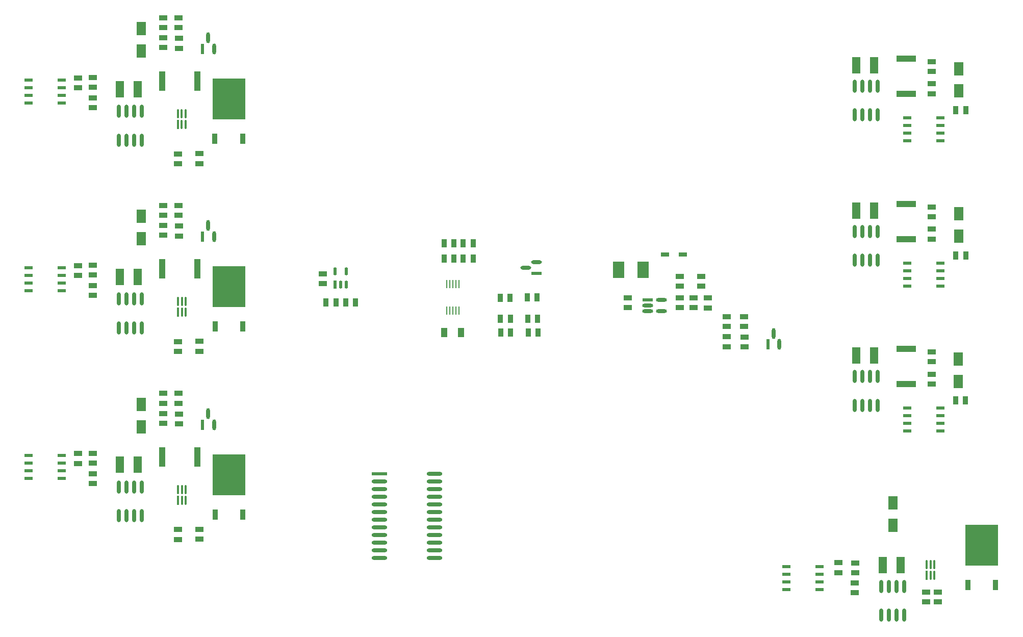
<source format=gtp>
G04*
G04 #@! TF.GenerationSoftware,Altium Limited,Altium Designer,22.2.1 (43)*
G04*
G04 Layer_Color=8421504*
%FSLAX25Y25*%
%MOIN*%
G70*
G04*
G04 #@! TF.SameCoordinates,A442F040-2D2B-445B-BC8B-0DACE6EA8BBB*
G04*
G04*
G04 #@! TF.FilePolarity,Positive*
G04*
G01*
G75*
%ADD19R,0.05315X0.03347*%
%ADD20R,0.05315X0.11024*%
%ADD21R,0.06417X0.08584*%
%ADD22R,0.12795X0.04134*%
%ADD23R,0.03347X0.05315*%
%ADD24O,0.02362X0.08661*%
%ADD25R,0.05750X0.02100*%
G04:AMPARAMS|DCode=26|XSize=102.47mil|YSize=24.49mil|CornerRadius=12.25mil|HoleSize=0mil|Usage=FLASHONLY|Rotation=0.000|XOffset=0mil|YOffset=0mil|HoleType=Round|Shape=RoundedRectangle|*
%AMROUNDEDRECTD26*
21,1,0.10247,0.00000,0,0,0.0*
21,1,0.07798,0.02449,0,0,0.0*
1,1,0.02449,0.03899,0.00000*
1,1,0.02449,-0.03899,0.00000*
1,1,0.02449,-0.03899,0.00000*
1,1,0.02449,0.03899,0.00000*
%
%ADD26ROUNDEDRECTD26*%
%ADD27R,0.10247X0.02449*%
%ADD28R,0.05400X0.03000*%
%ADD29R,0.07800X0.11000*%
%ADD30R,0.07107X0.02410*%
G04:AMPARAMS|DCode=31|XSize=71.07mil|YSize=24.1mil|CornerRadius=12.05mil|HoleSize=0mil|Usage=FLASHONLY|Rotation=0.000|XOffset=0mil|YOffset=0mil|HoleType=Round|Shape=RoundedRectangle|*
%AMROUNDEDRECTD31*
21,1,0.07107,0.00000,0,0,0.0*
21,1,0.04697,0.02410,0,0,0.0*
1,1,0.02410,0.02349,0.00000*
1,1,0.02410,-0.02349,0.00000*
1,1,0.02410,-0.02349,0.00000*
1,1,0.02410,0.02349,0.00000*
%
%ADD31ROUNDEDRECTD31*%
%ADD32R,0.03740X0.06693*%
%ADD33R,0.21654X0.26772*%
G04:AMPARAMS|DCode=34|XSize=59.46mil|YSize=16.23mil|CornerRadius=8.11mil|HoleSize=0mil|Usage=FLASHONLY|Rotation=90.000|XOffset=0mil|YOffset=0mil|HoleType=Round|Shape=RoundedRectangle|*
%AMROUNDEDRECTD34*
21,1,0.05946,0.00000,0,0,90.0*
21,1,0.04324,0.01623,0,0,90.0*
1,1,0.01623,0.00000,0.02162*
1,1,0.01623,0.00000,-0.02162*
1,1,0.01623,0.00000,-0.02162*
1,1,0.01623,0.00000,0.02162*
%
%ADD34ROUNDEDRECTD34*%
%ADD35R,0.01623X0.05946*%
G04:AMPARAMS|DCode=36|XSize=70.11mil|YSize=24.1mil|CornerRadius=12.05mil|HoleSize=0mil|Usage=FLASHONLY|Rotation=90.000|XOffset=0mil|YOffset=0mil|HoleType=Round|Shape=RoundedRectangle|*
%AMROUNDEDRECTD36*
21,1,0.07011,0.00000,0,0,90.0*
21,1,0.04601,0.02410,0,0,90.0*
1,1,0.02410,0.00000,0.02301*
1,1,0.02410,0.00000,-0.02301*
1,1,0.02410,0.00000,-0.02301*
1,1,0.02410,0.00000,0.02301*
%
%ADD36ROUNDEDRECTD36*%
%ADD37R,0.02410X0.07011*%
%ADD38R,0.04134X0.12795*%
%ADD39R,0.02275X0.05269*%
G04:AMPARAMS|DCode=40|XSize=52.69mil|YSize=22.75mil|CornerRadius=11.38mil|HoleSize=0mil|Usage=FLASHONLY|Rotation=90.000|XOffset=0mil|YOffset=0mil|HoleType=Round|Shape=RoundedRectangle|*
%AMROUNDEDRECTD40*
21,1,0.05269,0.00000,0,0,90.0*
21,1,0.02993,0.02275,0,0,90.0*
1,1,0.02275,0.00000,0.01497*
1,1,0.02275,0.00000,-0.01497*
1,1,0.02275,0.00000,-0.01497*
1,1,0.02275,0.00000,0.01497*
%
%ADD40ROUNDEDRECTD40*%
G04:AMPARAMS|DCode=41|XSize=70.11mil|YSize=24.1mil|CornerRadius=12.05mil|HoleSize=0mil|Usage=FLASHONLY|Rotation=180.000|XOffset=0mil|YOffset=0mil|HoleType=Round|Shape=RoundedRectangle|*
%AMROUNDEDRECTD41*
21,1,0.07011,0.00000,0,0,180.0*
21,1,0.04601,0.02410,0,0,180.0*
1,1,0.02410,-0.02301,0.00000*
1,1,0.02410,0.02301,0.00000*
1,1,0.02410,0.02301,0.00000*
1,1,0.02410,-0.02301,0.00000*
%
%ADD41ROUNDEDRECTD41*%
%ADD42R,0.07011X0.02410*%
%ADD43R,0.04353X0.06299*%
%ADD44R,0.01100X0.05250*%
D19*
X566725Y88220D02*
D03*
Y94716D02*
D03*
X627582Y232533D02*
D03*
Y226037D02*
D03*
X627606Y217969D02*
D03*
Y211473D02*
D03*
X627661Y327306D02*
D03*
Y320810D02*
D03*
X627685Y312741D02*
D03*
Y306245D02*
D03*
X477163Y275365D02*
D03*
Y281861D02*
D03*
X429009Y261438D02*
D03*
Y267934D02*
D03*
X472034Y261332D02*
D03*
Y267828D02*
D03*
X481459Y261302D02*
D03*
Y267798D02*
D03*
X577531Y88128D02*
D03*
Y94624D02*
D03*
X463013Y275471D02*
D03*
Y281967D02*
D03*
X462883Y261438D02*
D03*
Y267935D02*
D03*
X577491Y74994D02*
D03*
Y81490D02*
D03*
X623918Y69001D02*
D03*
Y75497D02*
D03*
X631660Y69001D02*
D03*
Y75497D02*
D03*
X504955Y249022D02*
D03*
Y255518D02*
D03*
X505311Y235728D02*
D03*
Y242225D02*
D03*
X493548Y249146D02*
D03*
Y255642D02*
D03*
X493560Y235966D02*
D03*
Y242462D02*
D03*
X135380Y444490D02*
D03*
Y450986D02*
D03*
X79321Y405335D02*
D03*
Y411831D02*
D03*
X69798Y405141D02*
D03*
Y411637D02*
D03*
X79224Y392023D02*
D03*
Y398519D02*
D03*
X125290Y444490D02*
D03*
Y450986D02*
D03*
X135108Y355490D02*
D03*
Y361986D02*
D03*
X149081Y355624D02*
D03*
Y362120D02*
D03*
X125290Y431389D02*
D03*
Y437885D02*
D03*
X135681Y430937D02*
D03*
Y437433D02*
D03*
X125305Y185807D02*
D03*
Y192303D02*
D03*
X149096Y110042D02*
D03*
Y116538D02*
D03*
X135123Y109909D02*
D03*
Y116405D02*
D03*
X125305Y198909D02*
D03*
Y205405D02*
D03*
X79239Y146441D02*
D03*
Y152937D02*
D03*
X69813Y159559D02*
D03*
Y166056D02*
D03*
X79336Y159754D02*
D03*
Y166250D02*
D03*
X135696Y185355D02*
D03*
Y191851D02*
D03*
X135395Y198909D02*
D03*
Y205405D02*
D03*
X135399Y321814D02*
D03*
Y328310D02*
D03*
X135700Y308260D02*
D03*
Y314756D02*
D03*
X79340Y282659D02*
D03*
Y289155D02*
D03*
X69817Y282465D02*
D03*
Y288961D02*
D03*
X79243Y269346D02*
D03*
Y275842D02*
D03*
X125309Y321814D02*
D03*
Y328310D02*
D03*
X135127Y232814D02*
D03*
Y239310D02*
D03*
X149100Y232947D02*
D03*
Y239443D02*
D03*
X125309Y308712D02*
D03*
Y315208D02*
D03*
X627658Y401180D02*
D03*
Y407676D02*
D03*
X627634Y415744D02*
D03*
Y422240D02*
D03*
X229777Y277146D02*
D03*
Y283642D02*
D03*
D20*
X97063Y281625D02*
D03*
X108677D02*
D03*
X589979Y230176D02*
D03*
X578365D02*
D03*
X590058Y324949D02*
D03*
X578444D02*
D03*
X97059Y158720D02*
D03*
X108674D02*
D03*
X595747Y93306D02*
D03*
X607361D02*
D03*
X97044Y404302D02*
D03*
X108659D02*
D03*
X578417Y419884D02*
D03*
X590031D02*
D03*
D21*
X645154Y227920D02*
D03*
Y213296D02*
D03*
X645233Y322692D02*
D03*
Y308069D02*
D03*
X602241Y119058D02*
D03*
Y133681D02*
D03*
X110970Y429192D02*
D03*
Y443815D02*
D03*
X110985Y183610D02*
D03*
Y198234D02*
D03*
X110989Y306515D02*
D03*
Y321139D02*
D03*
X645206Y403004D02*
D03*
Y417627D02*
D03*
D22*
X610960Y234370D02*
D03*
Y211536D02*
D03*
X611038Y329143D02*
D03*
Y306308D02*
D03*
X611012Y424078D02*
D03*
Y401243D02*
D03*
D23*
X649790Y200873D02*
D03*
X643294D02*
D03*
X649868Y295646D02*
D03*
X643372D02*
D03*
X643345Y390581D02*
D03*
X649841D02*
D03*
X244535Y264820D02*
D03*
X251031D02*
D03*
X238289Y264760D02*
D03*
X231793D02*
D03*
X352359Y245209D02*
D03*
X345863D02*
D03*
X370376Y245209D02*
D03*
X363880D02*
D03*
X352104Y267929D02*
D03*
X345608D02*
D03*
X369750Y267994D02*
D03*
X363254D02*
D03*
X352188Y254028D02*
D03*
X345692D02*
D03*
X370118Y254295D02*
D03*
X363622D02*
D03*
X308960Y293613D02*
D03*
X315456D02*
D03*
X321483Y293615D02*
D03*
X327979D02*
D03*
X308906Y303410D02*
D03*
X315402D02*
D03*
X321500Y303488D02*
D03*
X327996D02*
D03*
D24*
X577308Y197628D02*
D03*
X582307D02*
D03*
X587308D02*
D03*
X592308D02*
D03*
X577308Y216526D02*
D03*
X582307D02*
D03*
X587308D02*
D03*
X592308D02*
D03*
X577386Y292401D02*
D03*
X582386D02*
D03*
X587386D02*
D03*
X592386D02*
D03*
X577386Y311299D02*
D03*
X582386D02*
D03*
X587386D02*
D03*
X592386D02*
D03*
X609797Y79304D02*
D03*
X604797D02*
D03*
X599797D02*
D03*
X594797D02*
D03*
X609797Y60406D02*
D03*
X604797D02*
D03*
X599797D02*
D03*
X594797D02*
D03*
X111353Y389878D02*
D03*
X106353D02*
D03*
X101353D02*
D03*
X96353D02*
D03*
X111353Y370980D02*
D03*
X106353D02*
D03*
X101353D02*
D03*
X96353D02*
D03*
X111368Y144296D02*
D03*
X106368D02*
D03*
X101368D02*
D03*
X96368D02*
D03*
X111368Y125398D02*
D03*
X106368D02*
D03*
X101368D02*
D03*
X96368D02*
D03*
X111372Y267201D02*
D03*
X106372D02*
D03*
X101372D02*
D03*
X96372D02*
D03*
X111372Y248303D02*
D03*
X106372D02*
D03*
X101372D02*
D03*
X96372D02*
D03*
X592359Y406233D02*
D03*
X587359D02*
D03*
X582359D02*
D03*
X577359D02*
D03*
X592359Y387336D02*
D03*
X587359D02*
D03*
X582359D02*
D03*
X577359D02*
D03*
D25*
X611752Y195817D02*
D03*
Y190817D02*
D03*
Y185817D02*
D03*
Y180817D02*
D03*
X633202D02*
D03*
Y185817D02*
D03*
Y190817D02*
D03*
Y195817D02*
D03*
X611831Y290589D02*
D03*
Y285589D02*
D03*
Y280589D02*
D03*
Y275589D02*
D03*
X633281D02*
D03*
Y280589D02*
D03*
Y285589D02*
D03*
Y290589D02*
D03*
X554195Y92069D02*
D03*
Y87069D02*
D03*
Y82069D02*
D03*
Y77069D02*
D03*
X532745D02*
D03*
Y82069D02*
D03*
Y87069D02*
D03*
Y92069D02*
D03*
X58929Y164672D02*
D03*
Y159672D02*
D03*
Y154672D02*
D03*
Y149672D02*
D03*
X37479D02*
D03*
Y154672D02*
D03*
Y159672D02*
D03*
Y164672D02*
D03*
X58913Y410254D02*
D03*
Y405254D02*
D03*
Y400254D02*
D03*
Y395254D02*
D03*
X37464D02*
D03*
Y400254D02*
D03*
Y405254D02*
D03*
Y410254D02*
D03*
X58932Y287578D02*
D03*
Y282577D02*
D03*
Y277577D02*
D03*
Y272578D02*
D03*
X37482D02*
D03*
Y277577D02*
D03*
Y282577D02*
D03*
Y287578D02*
D03*
X633254Y385524D02*
D03*
Y380524D02*
D03*
Y375524D02*
D03*
Y370524D02*
D03*
X611804D02*
D03*
Y375524D02*
D03*
Y380524D02*
D03*
Y385524D02*
D03*
D26*
X302721Y152747D02*
D03*
Y147747D02*
D03*
Y142747D02*
D03*
Y137747D02*
D03*
Y132747D02*
D03*
Y127747D02*
D03*
Y122747D02*
D03*
Y117747D02*
D03*
Y112747D02*
D03*
Y107747D02*
D03*
Y102747D02*
D03*
Y97747D02*
D03*
X266772D02*
D03*
Y102747D02*
D03*
Y107747D02*
D03*
Y112747D02*
D03*
Y117747D02*
D03*
Y122747D02*
D03*
Y127747D02*
D03*
Y132747D02*
D03*
Y137747D02*
D03*
Y142747D02*
D03*
Y147747D02*
D03*
D27*
Y152747D02*
D03*
D28*
X464898Y296012D02*
D03*
X453298D02*
D03*
D29*
X423038Y286047D02*
D03*
X439038D02*
D03*
D30*
X441848Y266599D02*
D03*
D31*
Y262859D02*
D03*
Y259119D02*
D03*
X450907D02*
D03*
Y266599D02*
D03*
D32*
X651430Y80110D02*
D03*
X669461D02*
D03*
X159177Y126120D02*
D03*
X177209D02*
D03*
X159162Y371702D02*
D03*
X177194D02*
D03*
X159181Y249025D02*
D03*
X177213D02*
D03*
D33*
X660445Y106094D02*
D03*
X168193Y152104D02*
D03*
X168178Y397686D02*
D03*
X168197Y275009D02*
D03*
D34*
X624290Y93491D02*
D03*
X626849D02*
D03*
X629408D02*
D03*
Y86397D02*
D03*
X626849D02*
D03*
X134929Y388188D02*
D03*
X137487D02*
D03*
X140047D02*
D03*
Y381094D02*
D03*
X137487D02*
D03*
X134943Y142606D02*
D03*
X137502D02*
D03*
X140061D02*
D03*
Y135513D02*
D03*
X137502D02*
D03*
X134947Y265512D02*
D03*
X137506D02*
D03*
X140065D02*
D03*
Y258418D02*
D03*
X137506D02*
D03*
D35*
X624290Y86397D02*
D03*
X134929Y381094D02*
D03*
X134943Y135513D02*
D03*
X134947Y258418D02*
D03*
D36*
X524368Y244573D02*
D03*
X528108Y237425D02*
D03*
X154770Y437678D02*
D03*
X158510Y430531D02*
D03*
X154784Y192096D02*
D03*
X158524Y184949D02*
D03*
X154788Y315002D02*
D03*
X158528Y307854D02*
D03*
D37*
X520627Y237425D02*
D03*
X151029Y430531D02*
D03*
X151044Y184949D02*
D03*
X151048Y307854D02*
D03*
D38*
X147550Y409573D02*
D03*
X124716D02*
D03*
X147565Y163991D02*
D03*
X124731D02*
D03*
X147569Y286896D02*
D03*
X124734D02*
D03*
D39*
X237667Y276365D02*
D03*
D40*
X241407D02*
D03*
X245147D02*
D03*
Y285154D02*
D03*
X237667D02*
D03*
D41*
X362350Y287456D02*
D03*
X369498Y291196D02*
D03*
D42*
Y283716D02*
D03*
D43*
X320134Y245209D02*
D03*
X309088D02*
D03*
D44*
X310699Y259390D02*
D03*
X312668D02*
D03*
X314636D02*
D03*
X316605D02*
D03*
X318573D02*
D03*
Y276840D02*
D03*
X316605D02*
D03*
X314636D02*
D03*
X312668D02*
D03*
X310699D02*
D03*
M02*

</source>
